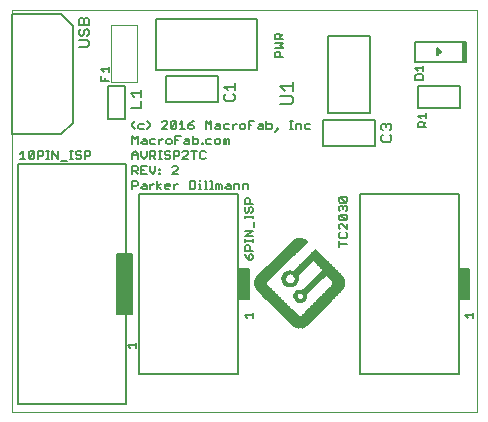
<source format=gto>
G75*
%MOIN*%
%OFA0B0*%
%FSLAX25Y25*%
%IPPOS*%
%LPD*%
%AMOC8*
5,1,8,0,0,1.08239X$1,22.5*
%
%ADD10C,0.00000*%
%ADD11C,0.00600*%
%ADD12C,0.00500*%
%ADD13C,0.00800*%
%ADD14C,0.00200*%
%ADD15R,0.00126X0.02370*%
%ADD16R,0.00124X0.03130*%
%ADD17R,0.00126X0.03630*%
%ADD18R,0.00125X0.03870*%
%ADD19R,0.00124X0.04370*%
%ADD20R,0.00126X0.04630*%
%ADD21R,0.00125X0.05130*%
%ADD22R,0.00124X0.05370*%
%ADD23R,0.00126X0.05630*%
%ADD24R,0.00125X0.05870*%
%ADD25R,0.00124X0.06130*%
%ADD26R,0.00126X0.06370*%
%ADD27R,0.00124X0.06630*%
%ADD28R,0.00126X0.06870*%
%ADD29R,0.00124X0.07130*%
%ADD30R,0.00125X0.07370*%
%ADD31R,0.00126X0.07630*%
%ADD32R,0.00125X0.07870*%
%ADD33R,0.00124X0.08130*%
%ADD34R,0.00126X0.08370*%
%ADD35R,0.00125X0.08630*%
%ADD36R,0.00124X0.08870*%
%ADD37R,0.00126X0.09130*%
%ADD38R,0.00125X0.09370*%
%ADD39R,0.00124X0.09630*%
%ADD40R,0.00126X0.09870*%
%ADD41R,0.00125X0.10130*%
%ADD42R,0.00125X0.10370*%
%ADD43R,0.00125X0.10630*%
%ADD44R,0.00124X0.10870*%
%ADD45R,0.00125X0.11130*%
%ADD46R,0.00126X0.11370*%
%ADD47R,0.00125X0.11630*%
%ADD48R,0.00125X0.05250*%
%ADD49R,0.00124X0.05250*%
%ADD50R,0.00124X0.05120*%
%ADD51R,0.00126X0.05120*%
%ADD52R,0.00125X0.05120*%
%ADD53R,0.00124X0.05130*%
%ADD54R,0.00126X0.05250*%
%ADD55R,0.00126X0.05130*%
%ADD56R,0.00125X0.05370*%
%ADD57R,0.00125X0.06130*%
%ADD58R,0.00125X0.06370*%
%ADD59R,0.00125X0.06630*%
%ADD60R,0.00125X0.06870*%
%ADD61R,0.00125X0.07130*%
%ADD62R,0.00124X0.07630*%
%ADD63R,0.00125X0.02870*%
%ADD64R,0.00125X0.04620*%
%ADD65R,0.00125X0.02880*%
%ADD66R,0.00125X0.04630*%
%ADD67R,0.00126X0.02870*%
%ADD68R,0.00126X0.04620*%
%ADD69R,0.00124X0.02880*%
%ADD70R,0.00124X0.04630*%
%ADD71R,0.00125X0.04500*%
%ADD72R,0.00125X0.04250*%
%ADD73R,0.00125X0.04000*%
%ADD74R,0.00125X0.03750*%
%ADD75R,0.00125X0.03500*%
%ADD76R,0.00125X0.03250*%
%ADD77R,0.00124X0.02870*%
%ADD78R,0.00124X0.03250*%
%ADD79R,0.00125X0.03120*%
%ADD80R,0.00125X0.03130*%
%ADD81R,0.00126X0.03250*%
%ADD82R,0.00124X0.03120*%
%ADD83R,0.00125X0.00250*%
%ADD84R,0.00125X0.00500*%
%ADD85R,0.00125X0.00630*%
%ADD86R,0.00126X0.05000*%
%ADD87R,0.00126X0.04000*%
%ADD88R,0.00126X0.00870*%
%ADD89R,0.00125X0.05000*%
%ADD90R,0.00125X0.04120*%
%ADD91R,0.00125X0.01130*%
%ADD92R,0.00124X0.05000*%
%ADD93R,0.00124X0.04250*%
%ADD94R,0.00124X0.01250*%
%ADD95R,0.00125X0.04870*%
%ADD96R,0.00125X0.04370*%
%ADD97R,0.00125X0.01500*%
%ADD98R,0.00125X0.04880*%
%ADD99R,0.00125X0.04380*%
%ADD100R,0.00125X0.01750*%
%ADD101R,0.00125X0.01880*%
%ADD102R,0.00125X0.04750*%
%ADD103R,0.00125X0.02120*%
%ADD104R,0.00125X0.02250*%
%ADD105R,0.00125X0.02370*%
%ADD106R,0.00125X0.01630*%
%ADD107R,0.00125X0.02000*%
%ADD108R,0.00125X0.02630*%
%ADD109R,0.00125X0.01380*%
%ADD110R,0.00125X0.02750*%
%ADD111R,0.00125X0.01370*%
%ADD112R,0.00126X0.04120*%
%ADD113R,0.00126X0.01250*%
%ADD114R,0.00126X0.01370*%
%ADD115R,0.00126X0.03130*%
%ADD116R,0.00125X0.01250*%
%ADD117R,0.00125X0.03370*%
%ADD118R,0.00125X0.01120*%
%ADD119R,0.00125X0.03620*%
%ADD120R,0.00125X0.05380*%
%ADD121R,0.00125X0.03630*%
%ADD122R,0.00124X0.03370*%
%ADD123R,0.00125X0.01870*%
%ADD124R,0.00125X0.05500*%
%ADD125R,0.00126X0.05500*%
%ADD126R,0.00126X0.01620*%
%ADD127R,0.00125X0.05630*%
%ADD128R,0.00125X0.05620*%
%ADD129R,0.00125X0.01620*%
%ADD130R,0.00124X0.05630*%
%ADD131R,0.00124X0.01750*%
%ADD132R,0.00124X0.05500*%
%ADD133R,0.00126X0.05620*%
%ADD134R,0.00126X0.03000*%
%ADD135R,0.00125X0.01000*%
%ADD136R,0.00124X0.05620*%
%ADD137R,0.00126X0.11250*%
%ADD138R,0.00124X0.11000*%
%ADD139R,0.00126X0.10750*%
%ADD140R,0.00124X0.10500*%
%ADD141R,0.00126X0.10250*%
%ADD142R,0.00124X0.10000*%
%ADD143R,0.00126X0.09750*%
%ADD144R,0.00125X0.09500*%
%ADD145R,0.00125X0.09250*%
%ADD146R,0.00125X0.09000*%
%ADD147R,0.00125X0.08750*%
%ADD148R,0.00125X0.08500*%
%ADD149R,0.00124X0.08370*%
%ADD150R,0.00126X0.08130*%
%ADD151R,0.00124X0.07870*%
%ADD152R,0.00124X0.07370*%
%ADD153R,0.00126X0.07130*%
%ADD154R,0.00124X0.06870*%
%ADD155R,0.00126X0.06630*%
%ADD156R,0.00124X0.06370*%
%ADD157R,0.00126X0.06130*%
%ADD158R,0.00124X0.05870*%
%ADD159R,0.00126X0.04370*%
%ADD160R,0.00124X0.03870*%
%ADD161R,0.00126X0.03370*%
D10*
X0001500Y0001500D02*
X0001500Y0135500D01*
X0156500Y0135500D01*
X0156500Y0001500D01*
X0001500Y0001500D01*
D11*
X0041128Y0102946D02*
X0044531Y0102946D01*
X0044531Y0105214D01*
X0044531Y0106629D02*
X0044531Y0108897D01*
X0044531Y0107763D02*
X0041128Y0107763D01*
X0042262Y0106629D01*
X0026763Y0123251D02*
X0023927Y0123251D01*
X0026763Y0123251D02*
X0027330Y0123818D01*
X0027330Y0124952D01*
X0026763Y0125519D01*
X0023927Y0125519D01*
X0024494Y0126934D02*
X0025061Y0126934D01*
X0025628Y0127501D01*
X0025628Y0128635D01*
X0026196Y0129202D01*
X0026763Y0129202D01*
X0027330Y0128635D01*
X0027330Y0127501D01*
X0026763Y0126934D01*
X0024494Y0126934D02*
X0023927Y0127501D01*
X0023927Y0128635D01*
X0024494Y0129202D01*
X0023927Y0130617D02*
X0023927Y0132318D01*
X0024494Y0132885D01*
X0025061Y0132885D01*
X0025628Y0132318D01*
X0025628Y0130617D01*
X0023927Y0130617D02*
X0027330Y0130617D01*
X0027330Y0132318D01*
X0026763Y0132885D01*
X0026196Y0132885D01*
X0025628Y0132318D01*
X0072415Y0109913D02*
X0075818Y0109913D01*
X0075818Y0111047D02*
X0075818Y0108778D01*
X0075251Y0107364D02*
X0075818Y0106797D01*
X0075818Y0105662D01*
X0075251Y0105095D01*
X0072982Y0105095D01*
X0072415Y0105662D01*
X0072415Y0106797D01*
X0072982Y0107364D01*
X0073550Y0108778D02*
X0072415Y0109913D01*
X0124679Y0097023D02*
X0124679Y0095889D01*
X0125246Y0095322D01*
X0125246Y0093907D02*
X0124679Y0093340D01*
X0124679Y0092206D01*
X0125246Y0091639D01*
X0127515Y0091639D01*
X0128082Y0092206D01*
X0128082Y0093340D01*
X0127515Y0093907D01*
X0127515Y0095322D02*
X0128082Y0095889D01*
X0128082Y0097023D01*
X0127515Y0097590D01*
X0126948Y0097590D01*
X0126380Y0097023D01*
X0126380Y0096456D01*
X0126380Y0097023D02*
X0125813Y0097590D01*
X0125246Y0097590D01*
X0124679Y0097023D01*
D12*
X0122661Y0098831D02*
X0105339Y0098831D01*
X0105339Y0090169D01*
X0122661Y0090169D01*
X0122661Y0098831D01*
X0120890Y0101205D02*
X0107110Y0101205D01*
X0107110Y0126795D01*
X0120890Y0126795D01*
X0120890Y0101205D01*
X0136913Y0102957D02*
X0151087Y0102957D01*
X0151087Y0110043D01*
X0136913Y0110043D01*
X0136913Y0102957D01*
X0137078Y0100291D02*
X0139781Y0100291D01*
X0139781Y0099390D02*
X0139781Y0101192D01*
X0137979Y0099390D02*
X0137078Y0100291D01*
X0137529Y0098245D02*
X0137078Y0097795D01*
X0137078Y0096444D01*
X0139781Y0096444D01*
X0138880Y0096444D02*
X0138880Y0097795D01*
X0138430Y0098245D01*
X0137529Y0098245D01*
X0138880Y0097344D02*
X0139781Y0098245D01*
X0138781Y0112215D02*
X0136078Y0112215D01*
X0136078Y0113566D01*
X0136529Y0114017D01*
X0138330Y0114017D01*
X0138781Y0113566D01*
X0138781Y0112215D01*
X0138781Y0115162D02*
X0138781Y0116963D01*
X0138781Y0116063D02*
X0136078Y0116063D01*
X0136979Y0115162D01*
X0135929Y0118154D02*
X0152071Y0118154D01*
X0152071Y0124846D01*
X0152858Y0124846D01*
X0152858Y0118154D01*
X0152071Y0118154D01*
X0152071Y0124846D01*
X0135929Y0124846D01*
X0135929Y0118154D01*
X0143409Y0120319D02*
X0143409Y0122681D01*
X0144591Y0121500D01*
X0143409Y0120319D01*
X0143409Y0120644D02*
X0143735Y0120644D01*
X0143409Y0121143D02*
X0144233Y0121143D01*
X0144449Y0121641D02*
X0143409Y0121641D01*
X0143409Y0122140D02*
X0143951Y0122140D01*
X0143452Y0122638D02*
X0143409Y0122638D01*
X0152071Y0122638D02*
X0152858Y0122638D01*
X0152858Y0122140D02*
X0152071Y0122140D01*
X0152071Y0121641D02*
X0152858Y0121641D01*
X0152858Y0121143D02*
X0152071Y0121143D01*
X0152071Y0120644D02*
X0152858Y0120644D01*
X0152858Y0120146D02*
X0152071Y0120146D01*
X0152071Y0119647D02*
X0152858Y0119647D01*
X0152858Y0119149D02*
X0152071Y0119149D01*
X0152071Y0118650D02*
X0152858Y0118650D01*
X0152858Y0123137D02*
X0152071Y0123137D01*
X0152071Y0123635D02*
X0152858Y0123635D01*
X0152858Y0124134D02*
X0152071Y0124134D01*
X0152071Y0124632D02*
X0152858Y0124632D01*
X0101009Y0097552D02*
X0099657Y0097552D01*
X0099207Y0097101D01*
X0099207Y0096200D01*
X0099657Y0095750D01*
X0101009Y0095750D01*
X0098062Y0095750D02*
X0098062Y0097101D01*
X0097612Y0097552D01*
X0096261Y0097552D01*
X0096261Y0095750D01*
X0095197Y0095750D02*
X0094296Y0095750D01*
X0094747Y0095750D02*
X0094747Y0098452D01*
X0095197Y0098452D02*
X0094296Y0098452D01*
X0090286Y0096200D02*
X0090286Y0095750D01*
X0089836Y0095750D01*
X0089836Y0096200D01*
X0090286Y0096200D01*
X0090286Y0095750D02*
X0089385Y0094849D01*
X0088240Y0096200D02*
X0088240Y0097101D01*
X0087790Y0097552D01*
X0086439Y0097552D01*
X0086439Y0098452D02*
X0086439Y0095750D01*
X0087790Y0095750D01*
X0088240Y0096200D01*
X0085294Y0095750D02*
X0083943Y0095750D01*
X0083492Y0096200D01*
X0083943Y0096651D01*
X0085294Y0096651D01*
X0085294Y0097101D02*
X0085294Y0095750D01*
X0085294Y0097101D02*
X0084843Y0097552D01*
X0083943Y0097552D01*
X0082347Y0098452D02*
X0080546Y0098452D01*
X0080546Y0095750D01*
X0079401Y0096200D02*
X0079401Y0097101D01*
X0078950Y0097552D01*
X0078050Y0097552D01*
X0077599Y0097101D01*
X0077599Y0096200D01*
X0078050Y0095750D01*
X0078950Y0095750D01*
X0079401Y0096200D01*
X0080546Y0097101D02*
X0081447Y0097101D01*
X0076495Y0097552D02*
X0076045Y0097552D01*
X0075144Y0096651D01*
X0075144Y0095750D02*
X0075144Y0097552D01*
X0073999Y0097552D02*
X0072648Y0097552D01*
X0072197Y0097101D01*
X0072197Y0096200D01*
X0072648Y0095750D01*
X0073999Y0095750D01*
X0071052Y0095750D02*
X0069701Y0095750D01*
X0069251Y0096200D01*
X0069701Y0096651D01*
X0071052Y0096651D01*
X0071052Y0097101D02*
X0071052Y0095750D01*
X0071052Y0097101D02*
X0070602Y0097552D01*
X0069701Y0097552D01*
X0068106Y0098452D02*
X0068106Y0095750D01*
X0066304Y0095750D02*
X0066304Y0098452D01*
X0067205Y0097552D01*
X0068106Y0098452D01*
X0062213Y0098452D02*
X0061312Y0098002D01*
X0060411Y0097101D01*
X0061762Y0097101D01*
X0062213Y0096651D01*
X0062213Y0096200D01*
X0061762Y0095750D01*
X0060862Y0095750D01*
X0060411Y0096200D01*
X0060411Y0097101D01*
X0059266Y0095750D02*
X0057465Y0095750D01*
X0058366Y0095750D02*
X0058366Y0098452D01*
X0057465Y0097552D01*
X0056320Y0098002D02*
X0056320Y0096200D01*
X0055869Y0095750D01*
X0054969Y0095750D01*
X0054518Y0096200D01*
X0056320Y0098002D01*
X0055869Y0098452D01*
X0054969Y0098452D01*
X0054518Y0098002D01*
X0054518Y0096200D01*
X0053373Y0095750D02*
X0051572Y0095750D01*
X0053373Y0097552D01*
X0053373Y0098002D01*
X0052923Y0098452D01*
X0052022Y0098452D01*
X0051572Y0098002D01*
X0047562Y0097552D02*
X0047562Y0096651D01*
X0046661Y0095750D01*
X0045516Y0095750D02*
X0044165Y0095750D01*
X0043714Y0096200D01*
X0043714Y0097101D01*
X0044165Y0097552D01*
X0045516Y0097552D01*
X0046661Y0098452D02*
X0047562Y0097552D01*
X0043552Y0093452D02*
X0043552Y0090750D01*
X0044697Y0091200D02*
X0045147Y0091651D01*
X0046498Y0091651D01*
X0046498Y0092101D02*
X0046498Y0090750D01*
X0045147Y0090750D01*
X0044697Y0091200D01*
X0045147Y0092552D02*
X0046048Y0092552D01*
X0046498Y0092101D01*
X0047643Y0092101D02*
X0047643Y0091200D01*
X0048093Y0090750D01*
X0049445Y0090750D01*
X0050590Y0090750D02*
X0050590Y0092552D01*
X0051490Y0092552D02*
X0051941Y0092552D01*
X0051490Y0092552D02*
X0050590Y0091651D01*
X0049445Y0092552D02*
X0048093Y0092552D01*
X0047643Y0092101D01*
X0047643Y0088452D02*
X0048994Y0088452D01*
X0049445Y0088002D01*
X0049445Y0087101D01*
X0048994Y0086651D01*
X0047643Y0086651D01*
X0048544Y0086651D02*
X0049445Y0085750D01*
X0050590Y0085750D02*
X0051490Y0085750D01*
X0051040Y0085750D02*
X0051040Y0088452D01*
X0050590Y0088452D02*
X0051490Y0088452D01*
X0052554Y0088002D02*
X0052554Y0087552D01*
X0053004Y0087101D01*
X0053905Y0087101D01*
X0054355Y0086651D01*
X0054355Y0086200D01*
X0053905Y0085750D01*
X0053004Y0085750D01*
X0052554Y0086200D01*
X0052554Y0088002D02*
X0053004Y0088452D01*
X0053905Y0088452D01*
X0054355Y0088002D01*
X0055500Y0088452D02*
X0056852Y0088452D01*
X0057302Y0088002D01*
X0057302Y0087101D01*
X0056852Y0086651D01*
X0055500Y0086651D01*
X0055500Y0085750D02*
X0055500Y0088452D01*
X0058447Y0088002D02*
X0058897Y0088452D01*
X0059798Y0088452D01*
X0060248Y0088002D01*
X0060248Y0087552D01*
X0058447Y0085750D01*
X0060248Y0085750D01*
X0062294Y0085750D02*
X0062294Y0088452D01*
X0061393Y0088452D02*
X0063195Y0088452D01*
X0064340Y0088002D02*
X0064340Y0086200D01*
X0064790Y0085750D01*
X0065691Y0085750D01*
X0066142Y0086200D01*
X0066142Y0088002D02*
X0065691Y0088452D01*
X0064790Y0088452D01*
X0064340Y0088002D01*
X0064831Y0090750D02*
X0065281Y0090750D01*
X0065281Y0091200D01*
X0064831Y0091200D01*
X0064831Y0090750D01*
X0063686Y0091200D02*
X0063686Y0092101D01*
X0063236Y0092552D01*
X0061885Y0092552D01*
X0061885Y0093452D02*
X0061885Y0090750D01*
X0063236Y0090750D01*
X0063686Y0091200D01*
X0066304Y0091200D02*
X0066304Y0092101D01*
X0066755Y0092552D01*
X0068106Y0092552D01*
X0069251Y0092101D02*
X0069251Y0091200D01*
X0069701Y0090750D01*
X0070602Y0090750D01*
X0071052Y0091200D01*
X0071052Y0092101D01*
X0070602Y0092552D01*
X0069701Y0092552D01*
X0069251Y0092101D01*
X0068106Y0090750D02*
X0066755Y0090750D01*
X0066304Y0091200D01*
X0060740Y0090750D02*
X0059388Y0090750D01*
X0058938Y0091200D01*
X0059388Y0091651D01*
X0060740Y0091651D01*
X0060740Y0092101D02*
X0060740Y0090750D01*
X0060740Y0092101D02*
X0060289Y0092552D01*
X0059388Y0092552D01*
X0057793Y0093452D02*
X0055991Y0093452D01*
X0055991Y0090750D01*
X0054847Y0091200D02*
X0054847Y0092101D01*
X0054396Y0092552D01*
X0053495Y0092552D01*
X0053045Y0092101D01*
X0053045Y0091200D01*
X0053495Y0090750D01*
X0054396Y0090750D01*
X0054847Y0091200D01*
X0055991Y0092101D02*
X0056892Y0092101D01*
X0047643Y0088452D02*
X0047643Y0085750D01*
X0046498Y0086651D02*
X0046498Y0088452D01*
X0046498Y0086651D02*
X0045597Y0085750D01*
X0044697Y0086651D01*
X0044697Y0088452D01*
X0043552Y0087552D02*
X0043552Y0085750D01*
X0043552Y0087101D02*
X0041750Y0087101D01*
X0041750Y0087552D02*
X0042651Y0088452D01*
X0043552Y0087552D01*
X0041750Y0087552D02*
X0041750Y0085750D01*
X0039500Y0084000D02*
X0003500Y0084000D01*
X0003500Y0004000D01*
X0039500Y0004000D01*
X0039500Y0084000D01*
X0041750Y0083452D02*
X0043101Y0083452D01*
X0043552Y0083002D01*
X0043552Y0082101D01*
X0043101Y0081651D01*
X0041750Y0081651D01*
X0042651Y0081651D02*
X0043552Y0080750D01*
X0044697Y0080750D02*
X0046498Y0080750D01*
X0047643Y0081651D02*
X0048544Y0080750D01*
X0049445Y0081651D01*
X0049445Y0083452D01*
X0050590Y0082552D02*
X0050590Y0082101D01*
X0051040Y0082101D01*
X0051040Y0082552D01*
X0050590Y0082552D01*
X0050590Y0081200D02*
X0050590Y0080750D01*
X0051040Y0080750D01*
X0051040Y0081200D01*
X0050590Y0081200D01*
X0050098Y0078452D02*
X0050098Y0075750D01*
X0050098Y0076651D02*
X0051450Y0077552D01*
X0052554Y0077101D02*
X0052554Y0076200D01*
X0053004Y0075750D01*
X0053905Y0075750D01*
X0054355Y0076651D02*
X0052554Y0076651D01*
X0052554Y0077101D02*
X0053004Y0077552D01*
X0053905Y0077552D01*
X0054355Y0077101D01*
X0054355Y0076651D01*
X0055500Y0076651D02*
X0056401Y0077552D01*
X0056852Y0077552D01*
X0055500Y0077552D02*
X0055500Y0075750D01*
X0051450Y0075750D02*
X0050098Y0076651D01*
X0048994Y0077552D02*
X0048544Y0077552D01*
X0047643Y0076651D01*
X0047643Y0075750D02*
X0047643Y0077552D01*
X0046498Y0077101D02*
X0046498Y0075750D01*
X0045147Y0075750D01*
X0044697Y0076200D01*
X0045147Y0076651D01*
X0046498Y0076651D01*
X0046498Y0077101D02*
X0046048Y0077552D01*
X0045147Y0077552D01*
X0043552Y0078002D02*
X0043101Y0078452D01*
X0041750Y0078452D01*
X0041750Y0075750D01*
X0041750Y0076651D02*
X0043101Y0076651D01*
X0043552Y0077101D01*
X0043552Y0078002D01*
X0044697Y0080750D02*
X0044697Y0083452D01*
X0046498Y0083452D01*
X0047643Y0083452D02*
X0047643Y0081651D01*
X0045597Y0082101D02*
X0044697Y0082101D01*
X0041750Y0080750D02*
X0041750Y0083452D01*
X0041750Y0090750D02*
X0041750Y0093452D01*
X0042651Y0092552D01*
X0043552Y0093452D01*
X0042651Y0095750D02*
X0041750Y0096651D01*
X0041750Y0097552D01*
X0042651Y0098452D01*
X0039256Y0098988D02*
X0039256Y0110012D01*
X0033744Y0110012D01*
X0033744Y0098988D01*
X0039256Y0098988D01*
X0027659Y0088002D02*
X0027659Y0087101D01*
X0027209Y0086651D01*
X0025858Y0086651D01*
X0025858Y0085750D02*
X0025858Y0088452D01*
X0027209Y0088452D01*
X0027659Y0088002D01*
X0024713Y0088002D02*
X0024262Y0088452D01*
X0023362Y0088452D01*
X0022911Y0088002D01*
X0022911Y0087552D01*
X0023362Y0087101D01*
X0024262Y0087101D01*
X0024713Y0086651D01*
X0024713Y0086200D01*
X0024262Y0085750D01*
X0023362Y0085750D01*
X0022911Y0086200D01*
X0021848Y0085750D02*
X0020947Y0085750D01*
X0021397Y0085750D02*
X0021397Y0088452D01*
X0020947Y0088452D02*
X0021848Y0088452D01*
X0019802Y0085300D02*
X0018000Y0085300D01*
X0016855Y0085750D02*
X0016855Y0088452D01*
X0015054Y0088452D02*
X0016855Y0085750D01*
X0015054Y0085750D02*
X0015054Y0088452D01*
X0013990Y0088452D02*
X0013090Y0088452D01*
X0013540Y0088452D02*
X0013540Y0085750D01*
X0013090Y0085750D02*
X0013990Y0085750D01*
X0011945Y0087101D02*
X0011494Y0086651D01*
X0010143Y0086651D01*
X0010143Y0085750D02*
X0010143Y0088452D01*
X0011494Y0088452D01*
X0011945Y0088002D01*
X0011945Y0087101D01*
X0008998Y0086200D02*
X0008548Y0085750D01*
X0007647Y0085750D01*
X0007197Y0086200D01*
X0008998Y0088002D01*
X0008998Y0086200D01*
X0007197Y0086200D02*
X0007197Y0088002D01*
X0007647Y0088452D01*
X0008548Y0088452D01*
X0008998Y0088002D01*
X0006052Y0085750D02*
X0004250Y0085750D01*
X0005151Y0085750D02*
X0005151Y0088452D01*
X0004250Y0087552D01*
X0001760Y0094000D02*
X0018118Y0094000D01*
X0022055Y0097937D01*
X0022055Y0130063D01*
X0018118Y0134000D01*
X0001760Y0134000D01*
X0001760Y0094000D01*
X0031323Y0111801D02*
X0031323Y0113603D01*
X0032224Y0114748D02*
X0031323Y0115648D01*
X0034026Y0115648D01*
X0034026Y0114748D02*
X0034026Y0116549D01*
X0032674Y0112702D02*
X0032674Y0111801D01*
X0031323Y0111801D02*
X0034026Y0111801D01*
X0049571Y0115535D02*
X0083429Y0115535D01*
X0083429Y0132465D01*
X0049571Y0132465D01*
X0049571Y0115535D01*
X0052839Y0113331D02*
X0052839Y0104669D01*
X0070161Y0104669D01*
X0070161Y0113331D01*
X0052839Y0113331D01*
X0072197Y0092552D02*
X0072648Y0092552D01*
X0073098Y0092101D01*
X0073548Y0092552D01*
X0073999Y0092101D01*
X0073999Y0090750D01*
X0073098Y0090750D02*
X0073098Y0092101D01*
X0072197Y0092552D02*
X0072197Y0090750D01*
X0068228Y0078452D02*
X0067778Y0078452D01*
X0068228Y0078452D02*
X0068228Y0075750D01*
X0067778Y0075750D02*
X0068678Y0075750D01*
X0069742Y0075750D02*
X0069742Y0077552D01*
X0070192Y0077552D01*
X0070643Y0077101D01*
X0071093Y0077552D01*
X0071543Y0077101D01*
X0071543Y0075750D01*
X0070643Y0075750D02*
X0070643Y0077101D01*
X0072688Y0076200D02*
X0073139Y0076651D01*
X0074490Y0076651D01*
X0074490Y0077101D02*
X0074490Y0075750D01*
X0073139Y0075750D01*
X0072688Y0076200D01*
X0073139Y0077552D02*
X0074040Y0077552D01*
X0074490Y0077101D01*
X0075635Y0077552D02*
X0076986Y0077552D01*
X0077436Y0077101D01*
X0077436Y0075750D01*
X0078581Y0075750D02*
X0078581Y0077552D01*
X0079933Y0077552D01*
X0080383Y0077101D01*
X0080383Y0075750D01*
X0080521Y0072713D02*
X0080971Y0072262D01*
X0080971Y0070911D01*
X0081872Y0070911D02*
X0079170Y0070911D01*
X0079170Y0072262D01*
X0079620Y0072713D01*
X0080521Y0072713D01*
X0077035Y0074000D02*
X0043965Y0074000D01*
X0043965Y0014000D01*
X0077035Y0014000D01*
X0077035Y0074000D01*
X0075635Y0075750D02*
X0075635Y0077552D01*
X0066714Y0075750D02*
X0065813Y0075750D01*
X0066264Y0075750D02*
X0066264Y0078452D01*
X0065813Y0078452D01*
X0064299Y0078452D02*
X0064299Y0078903D01*
X0064299Y0077552D02*
X0064299Y0075750D01*
X0063849Y0075750D02*
X0064750Y0075750D01*
X0064299Y0077552D02*
X0063849Y0077552D01*
X0062704Y0078002D02*
X0062704Y0076200D01*
X0062253Y0075750D01*
X0060902Y0075750D01*
X0060902Y0078452D01*
X0062253Y0078452D01*
X0062704Y0078002D01*
X0056811Y0080750D02*
X0055009Y0080750D01*
X0056811Y0082552D01*
X0056811Y0083002D01*
X0056360Y0083452D01*
X0055460Y0083452D01*
X0055009Y0083002D01*
X0079170Y0069316D02*
X0079170Y0068415D01*
X0079620Y0067965D01*
X0080071Y0067965D01*
X0080521Y0068415D01*
X0080521Y0069316D01*
X0080971Y0069766D01*
X0081422Y0069766D01*
X0081872Y0069316D01*
X0081872Y0068415D01*
X0081422Y0067965D01*
X0081872Y0066901D02*
X0081872Y0066000D01*
X0081872Y0066451D02*
X0079170Y0066451D01*
X0079170Y0066901D02*
X0079170Y0066000D01*
X0079170Y0069316D02*
X0079620Y0069766D01*
X0082322Y0064855D02*
X0082322Y0063054D01*
X0081872Y0061909D02*
X0079170Y0061909D01*
X0079170Y0060107D02*
X0081872Y0061909D01*
X0081872Y0060107D02*
X0079170Y0060107D01*
X0079170Y0059044D02*
X0079170Y0058143D01*
X0079170Y0058593D02*
X0081872Y0058593D01*
X0081872Y0058143D02*
X0081872Y0059044D01*
X0080521Y0056998D02*
X0080971Y0056548D01*
X0080971Y0055197D01*
X0081872Y0055197D02*
X0079170Y0055197D01*
X0079170Y0056548D01*
X0079620Y0056998D01*
X0080521Y0056998D01*
X0080971Y0054052D02*
X0080521Y0053601D01*
X0080521Y0052250D01*
X0081422Y0052250D01*
X0081872Y0052700D01*
X0081872Y0053601D01*
X0081422Y0054052D01*
X0080971Y0054052D01*
X0079620Y0053151D02*
X0080521Y0052250D01*
X0079620Y0053151D02*
X0079170Y0054052D01*
X0080500Y0049000D02*
X0077035Y0049000D01*
X0077035Y0039000D01*
X0080500Y0039000D01*
X0080500Y0049000D01*
X0080500Y0048859D02*
X0077035Y0048859D01*
X0077035Y0048360D02*
X0080500Y0048360D01*
X0080500Y0047862D02*
X0077035Y0047862D01*
X0077035Y0047363D02*
X0080500Y0047363D01*
X0080500Y0046865D02*
X0077035Y0046865D01*
X0077035Y0046366D02*
X0080500Y0046366D01*
X0080500Y0045868D02*
X0077035Y0045868D01*
X0077035Y0045369D02*
X0080500Y0045369D01*
X0080500Y0044870D02*
X0077035Y0044870D01*
X0077035Y0044372D02*
X0080500Y0044372D01*
X0080500Y0043873D02*
X0077035Y0043873D01*
X0077035Y0043375D02*
X0080500Y0043375D01*
X0080500Y0042876D02*
X0077035Y0042876D01*
X0077035Y0042378D02*
X0080500Y0042378D01*
X0080500Y0041879D02*
X0077035Y0041879D01*
X0077035Y0041381D02*
X0080500Y0041381D01*
X0080500Y0040882D02*
X0077035Y0040882D01*
X0077035Y0040384D02*
X0080500Y0040384D01*
X0080500Y0039885D02*
X0077035Y0039885D01*
X0077035Y0039387D02*
X0080500Y0039387D01*
X0081850Y0034578D02*
X0081850Y0032777D01*
X0081850Y0033677D02*
X0079148Y0033677D01*
X0080048Y0032777D01*
X0110626Y0056571D02*
X0110626Y0058372D01*
X0110626Y0057472D02*
X0113328Y0057472D01*
X0112878Y0059517D02*
X0111076Y0059517D01*
X0110626Y0059968D01*
X0110626Y0060869D01*
X0111076Y0061319D01*
X0111076Y0062464D02*
X0110626Y0062914D01*
X0110626Y0063815D01*
X0111076Y0064265D01*
X0111526Y0064265D01*
X0113328Y0062464D01*
X0113328Y0064265D01*
X0112878Y0065410D02*
X0111076Y0065410D01*
X0110626Y0065861D01*
X0110626Y0066762D01*
X0111076Y0067212D01*
X0112878Y0065410D01*
X0113328Y0065861D01*
X0113328Y0066762D01*
X0112878Y0067212D01*
X0111076Y0067212D01*
X0111076Y0068357D02*
X0110626Y0068807D01*
X0110626Y0069708D01*
X0111076Y0070159D01*
X0111526Y0070159D01*
X0111977Y0069708D01*
X0112427Y0070159D01*
X0112878Y0070159D01*
X0113328Y0069708D01*
X0113328Y0068807D01*
X0112878Y0068357D01*
X0111977Y0069258D02*
X0111977Y0069708D01*
X0112878Y0071303D02*
X0111076Y0071303D01*
X0110626Y0071754D01*
X0110626Y0072655D01*
X0111076Y0073105D01*
X0112878Y0071303D01*
X0113328Y0071754D01*
X0113328Y0072655D01*
X0112878Y0073105D01*
X0111076Y0073105D01*
X0117465Y0074000D02*
X0117465Y0014000D01*
X0150535Y0014000D01*
X0150535Y0074000D01*
X0117465Y0074000D01*
X0112878Y0061319D02*
X0113328Y0060869D01*
X0113328Y0059968D01*
X0112878Y0059517D01*
X0150535Y0049000D02*
X0150535Y0039000D01*
X0154000Y0039000D01*
X0154000Y0049000D01*
X0150535Y0049000D01*
X0150535Y0048859D02*
X0154000Y0048859D01*
X0154000Y0048360D02*
X0150535Y0048360D01*
X0150535Y0047862D02*
X0154000Y0047862D01*
X0154000Y0047363D02*
X0150535Y0047363D01*
X0150535Y0046865D02*
X0154000Y0046865D01*
X0154000Y0046366D02*
X0150535Y0046366D01*
X0150535Y0045868D02*
X0154000Y0045868D01*
X0154000Y0045369D02*
X0150535Y0045369D01*
X0150535Y0044870D02*
X0154000Y0044870D01*
X0154000Y0044372D02*
X0150535Y0044372D01*
X0150535Y0043873D02*
X0154000Y0043873D01*
X0154000Y0043375D02*
X0150535Y0043375D01*
X0150535Y0042876D02*
X0154000Y0042876D01*
X0154000Y0042378D02*
X0150535Y0042378D01*
X0150535Y0041879D02*
X0154000Y0041879D01*
X0154000Y0041381D02*
X0150535Y0041381D01*
X0150535Y0040882D02*
X0154000Y0040882D01*
X0154000Y0040384D02*
X0150535Y0040384D01*
X0150535Y0039885D02*
X0154000Y0039885D01*
X0154000Y0039387D02*
X0150535Y0039387D01*
X0155350Y0034578D02*
X0155350Y0032777D01*
X0155350Y0033677D02*
X0152648Y0033677D01*
X0153548Y0032777D01*
X0091950Y0119840D02*
X0089248Y0119840D01*
X0089248Y0121191D01*
X0089698Y0121641D01*
X0090599Y0121641D01*
X0091049Y0121191D01*
X0091049Y0119840D01*
X0091950Y0122786D02*
X0089248Y0122786D01*
X0089248Y0124588D02*
X0091950Y0124588D01*
X0091049Y0123687D01*
X0091950Y0122786D01*
X0091950Y0125733D02*
X0089248Y0125733D01*
X0089248Y0127084D01*
X0089698Y0127534D01*
X0090599Y0127534D01*
X0091049Y0127084D01*
X0091049Y0125733D01*
X0091049Y0126633D02*
X0091950Y0127534D01*
X0041500Y0054000D02*
X0036500Y0054000D01*
X0036500Y0034000D01*
X0041500Y0034000D01*
X0041500Y0054000D01*
X0041500Y0053844D02*
X0036500Y0053844D01*
X0036500Y0053345D02*
X0041500Y0053345D01*
X0041500Y0052847D02*
X0036500Y0052847D01*
X0036500Y0052348D02*
X0041500Y0052348D01*
X0041500Y0051850D02*
X0036500Y0051850D01*
X0036500Y0051351D02*
X0041500Y0051351D01*
X0041500Y0050853D02*
X0036500Y0050853D01*
X0036500Y0050354D02*
X0041500Y0050354D01*
X0041500Y0049856D02*
X0036500Y0049856D01*
X0036500Y0049357D02*
X0041500Y0049357D01*
X0041500Y0048859D02*
X0036500Y0048859D01*
X0036500Y0048360D02*
X0041500Y0048360D01*
X0041500Y0047862D02*
X0036500Y0047862D01*
X0036500Y0047363D02*
X0041500Y0047363D01*
X0041500Y0046865D02*
X0036500Y0046865D01*
X0036500Y0046366D02*
X0041500Y0046366D01*
X0041500Y0045868D02*
X0036500Y0045868D01*
X0036500Y0045369D02*
X0041500Y0045369D01*
X0041500Y0044870D02*
X0036500Y0044870D01*
X0036500Y0044372D02*
X0041500Y0044372D01*
X0041500Y0043873D02*
X0036500Y0043873D01*
X0036500Y0043375D02*
X0041500Y0043375D01*
X0041500Y0042876D02*
X0036500Y0042876D01*
X0036500Y0042378D02*
X0041500Y0042378D01*
X0041500Y0041879D02*
X0036500Y0041879D01*
X0036500Y0041381D02*
X0041500Y0041381D01*
X0041500Y0040882D02*
X0036500Y0040882D01*
X0036500Y0040384D02*
X0041500Y0040384D01*
X0041500Y0039885D02*
X0036500Y0039885D01*
X0036500Y0039387D02*
X0041500Y0039387D01*
X0041500Y0038888D02*
X0036500Y0038888D01*
X0036500Y0038390D02*
X0041500Y0038390D01*
X0041500Y0037891D02*
X0036500Y0037891D01*
X0036500Y0037393D02*
X0041500Y0037393D01*
X0041500Y0036894D02*
X0036500Y0036894D01*
X0036500Y0036396D02*
X0041500Y0036396D01*
X0041500Y0035897D02*
X0036500Y0035897D01*
X0036500Y0035399D02*
X0041500Y0035399D01*
X0041500Y0034900D02*
X0036500Y0034900D01*
X0036500Y0034402D02*
X0041500Y0034402D01*
X0042850Y0024578D02*
X0042850Y0022777D01*
X0042850Y0023677D02*
X0040148Y0023677D01*
X0041048Y0022777D01*
D13*
X0091113Y0103987D02*
X0094616Y0103987D01*
X0095317Y0104688D01*
X0095317Y0106089D01*
X0094616Y0106790D01*
X0091113Y0106790D01*
X0092514Y0108591D02*
X0091113Y0109993D01*
X0095317Y0109993D01*
X0095317Y0111394D02*
X0095317Y0108591D01*
D14*
X0043331Y0111551D02*
X0034669Y0111551D01*
X0034669Y0130449D01*
X0043331Y0130449D01*
X0043331Y0111551D01*
D15*
X0112500Y0044375D03*
D16*
X0112375Y0044375D03*
D17*
X0112250Y0044375D03*
D18*
X0112124Y0044375D03*
X0096874Y0040125D03*
X0096749Y0040125D03*
X0097749Y0031375D03*
X0097874Y0031375D03*
X0097999Y0031375D03*
X0098124Y0031375D03*
X0097749Y0057375D03*
D19*
X0112000Y0044375D03*
D20*
X0111875Y0044375D03*
D21*
X0111749Y0044375D03*
X0108249Y0047875D03*
X0108001Y0048125D03*
X0107749Y0048375D03*
X0107499Y0048625D03*
X0106749Y0049375D03*
X0108001Y0040625D03*
X0107749Y0040375D03*
X0107499Y0040125D03*
X0106749Y0039375D03*
X0105999Y0038625D03*
X0105749Y0038375D03*
X0105001Y0037625D03*
X0104751Y0037375D03*
X0104499Y0037125D03*
X0104249Y0036875D03*
X0103501Y0036125D03*
X0103251Y0035875D03*
X0102999Y0035625D03*
X0102749Y0035375D03*
X0102499Y0035125D03*
X0102249Y0034875D03*
X0102001Y0034625D03*
X0101751Y0034375D03*
X0101499Y0034125D03*
X0101249Y0033875D03*
X0100999Y0033625D03*
X0100749Y0033375D03*
X0100251Y0032875D03*
X0096251Y0032125D03*
X0096376Y0056625D03*
D22*
X0096500Y0046625D03*
X0111625Y0044375D03*
D23*
X0111500Y0044375D03*
X0106250Y0049625D03*
X0083750Y0044375D03*
D24*
X0106124Y0049625D03*
X0111374Y0044375D03*
D25*
X0111250Y0044375D03*
D26*
X0111125Y0044375D03*
D27*
X0111000Y0044375D03*
D28*
X0110875Y0044375D03*
D29*
X0110750Y0044375D03*
D30*
X0110626Y0044375D03*
X0105374Y0049625D03*
D31*
X0110500Y0044375D03*
X0084750Y0044375D03*
D32*
X0110374Y0044375D03*
D33*
X0110250Y0044375D03*
D34*
X0110125Y0044375D03*
D35*
X0109999Y0044375D03*
D36*
X0109875Y0044375D03*
D37*
X0109750Y0044375D03*
D38*
X0109624Y0044375D03*
D39*
X0109500Y0044375D03*
D40*
X0109375Y0044375D03*
D41*
X0109249Y0044375D03*
D42*
X0109124Y0044375D03*
D43*
X0108999Y0044375D03*
D44*
X0108875Y0044375D03*
D45*
X0108751Y0044375D03*
D46*
X0108625Y0044375D03*
D47*
X0108499Y0044375D03*
D48*
X0108374Y0047685D03*
X0108374Y0041065D03*
X0108249Y0040935D03*
X0106874Y0039565D03*
X0105624Y0038315D03*
X0105499Y0038185D03*
X0105374Y0038065D03*
X0104124Y0036815D03*
X0103999Y0036685D03*
X0096126Y0032185D03*
X0096001Y0032315D03*
X0095876Y0032435D03*
X0096999Y0047185D03*
X0096001Y0056315D03*
X0096126Y0056435D03*
D49*
X0106500Y0049565D03*
X0108125Y0040815D03*
X0083625Y0044315D03*
D50*
X0102125Y0034750D03*
X0108125Y0048000D03*
D51*
X0107875Y0048250D03*
X0107875Y0040500D03*
X0104625Y0037250D03*
X0103125Y0035750D03*
X0101625Y0034250D03*
D52*
X0101876Y0034500D03*
X0102374Y0035000D03*
X0102624Y0035250D03*
X0102874Y0035500D03*
X0103376Y0036000D03*
X0103626Y0036250D03*
X0103874Y0036500D03*
X0104374Y0037000D03*
X0104876Y0037500D03*
X0105126Y0037750D03*
X0105874Y0038500D03*
X0106124Y0038750D03*
X0106376Y0039000D03*
X0106624Y0039250D03*
X0107126Y0039750D03*
X0107374Y0040000D03*
X0107624Y0040250D03*
X0101374Y0034000D03*
X0101124Y0033750D03*
X0100874Y0033500D03*
X0100624Y0033250D03*
X0100376Y0033000D03*
X0100126Y0032750D03*
X0107624Y0048500D03*
X0107374Y0048750D03*
X0107126Y0049000D03*
X0106874Y0049250D03*
X0106624Y0049500D03*
X0096251Y0056500D03*
D53*
X0107250Y0048875D03*
X0107250Y0039875D03*
X0106500Y0039125D03*
X0105250Y0037875D03*
X0103750Y0036375D03*
X0100500Y0033125D03*
D54*
X0107000Y0039685D03*
D55*
X0106250Y0038875D03*
X0107000Y0049125D03*
D56*
X0106376Y0049625D03*
X0096749Y0046875D03*
X0096251Y0046375D03*
X0095751Y0056125D03*
X0095626Y0032625D03*
D57*
X0105999Y0049625D03*
D58*
X0105874Y0049625D03*
D59*
X0105749Y0049625D03*
D60*
X0105624Y0049625D03*
D61*
X0105499Y0049625D03*
D62*
X0105250Y0049625D03*
D63*
X0105126Y0047125D03*
X0104876Y0046875D03*
X0104374Y0046375D03*
X0104124Y0046125D03*
X0103874Y0045875D03*
X0103626Y0045625D03*
X0103376Y0045375D03*
X0102874Y0044875D03*
X0102624Y0044625D03*
X0102374Y0044375D03*
X0101876Y0043875D03*
X0101374Y0043375D03*
X0101124Y0043125D03*
X0100874Y0042875D03*
X0100624Y0042625D03*
X0100376Y0042375D03*
X0100126Y0042125D03*
X0096251Y0040125D03*
X0082874Y0044375D03*
D64*
X0096874Y0031750D03*
X0105126Y0051250D03*
X0104876Y0051500D03*
X0104374Y0052000D03*
X0104124Y0052250D03*
X0103874Y0052500D03*
X0103626Y0052750D03*
X0103376Y0053000D03*
X0096999Y0057000D03*
D65*
X0098626Y0057750D03*
X0105001Y0047000D03*
X0104751Y0046750D03*
X0104499Y0046500D03*
X0104249Y0046250D03*
X0103999Y0046000D03*
X0103501Y0045500D03*
X0103251Y0045250D03*
X0102999Y0045000D03*
X0102749Y0044750D03*
X0102499Y0044500D03*
X0102249Y0044250D03*
X0102001Y0044000D03*
X0101751Y0043750D03*
X0101499Y0043500D03*
X0101249Y0043250D03*
X0100999Y0043000D03*
X0100749Y0042750D03*
X0100251Y0042250D03*
D66*
X0105001Y0051375D03*
X0104751Y0051625D03*
X0104499Y0051875D03*
X0104249Y0052125D03*
X0103999Y0052375D03*
X0103501Y0052875D03*
X0103251Y0053125D03*
X0102999Y0053375D03*
X0099001Y0031875D03*
D67*
X0101625Y0043625D03*
X0103125Y0045125D03*
X0104625Y0046625D03*
D68*
X0104625Y0051750D03*
X0103125Y0053250D03*
D69*
X0103750Y0045750D03*
X0100500Y0042500D03*
D70*
X0103750Y0052625D03*
X0083375Y0044375D03*
D71*
X0092751Y0045810D03*
X0102874Y0053440D03*
X0097124Y0057060D03*
X0098876Y0031810D03*
X0098751Y0031690D03*
X0096999Y0031690D03*
D72*
X0097249Y0031565D03*
X0098501Y0031565D03*
X0099001Y0040315D03*
X0099126Y0040435D03*
X0099251Y0040565D03*
X0092626Y0045815D03*
X0102749Y0053435D03*
X0097374Y0057185D03*
D73*
X0097624Y0057310D03*
X0102624Y0053440D03*
X0092501Y0045810D03*
X0097499Y0031440D03*
X0097624Y0031440D03*
X0098249Y0031440D03*
D74*
X0092376Y0045815D03*
X0102499Y0053435D03*
X0097874Y0057435D03*
D75*
X0098124Y0057560D03*
X0102374Y0053440D03*
X0092251Y0045810D03*
D76*
X0098501Y0049685D03*
X0098626Y0049815D03*
X0098751Y0049935D03*
X0099376Y0050565D03*
X0099501Y0050685D03*
X0099626Y0050815D03*
X0099874Y0051065D03*
X0100126Y0051315D03*
X0100251Y0051435D03*
X0100749Y0051935D03*
X0100874Y0052065D03*
X0100999Y0052185D03*
X0101124Y0052315D03*
X0101249Y0052435D03*
X0101374Y0052565D03*
X0101499Y0052685D03*
X0102249Y0053435D03*
D77*
X0102125Y0044125D03*
D78*
X0099750Y0050935D03*
X0102125Y0053315D03*
D79*
X0102001Y0053250D03*
X0101751Y0053000D03*
X0099251Y0050500D03*
X0099001Y0050250D03*
X0098249Y0049500D03*
X0097999Y0049250D03*
X0097749Y0049000D03*
X0097499Y0048750D03*
X0097249Y0048500D03*
X0098501Y0057750D03*
D80*
X0101876Y0053125D03*
X0100624Y0051875D03*
X0100376Y0051625D03*
X0099126Y0050375D03*
X0098876Y0050125D03*
X0098124Y0049375D03*
X0097874Y0049125D03*
X0097624Y0048875D03*
X0097374Y0048625D03*
X0096376Y0040125D03*
D81*
X0100000Y0051185D03*
X0101625Y0052815D03*
X0098375Y0057685D03*
D82*
X0100500Y0051750D03*
D83*
X0100376Y0058185D03*
D84*
X0100251Y0058190D03*
D85*
X0100126Y0058125D03*
D86*
X0083500Y0044310D03*
X0100000Y0032690D03*
D87*
X0100000Y0041440D03*
D88*
X0100000Y0058125D03*
D89*
X0097124Y0047440D03*
X0099874Y0032560D03*
X0096376Y0032060D03*
D90*
X0097374Y0031500D03*
X0099874Y0041250D03*
X0097499Y0057250D03*
D91*
X0099874Y0058125D03*
D92*
X0096500Y0056690D03*
X0099750Y0032440D03*
X0096500Y0031940D03*
D93*
X0099750Y0041065D03*
D94*
X0099750Y0058065D03*
D95*
X0096749Y0056875D03*
X0099626Y0032375D03*
X0099376Y0032125D03*
X0096624Y0031875D03*
D96*
X0097124Y0031625D03*
X0098626Y0031625D03*
X0099376Y0040625D03*
X0099626Y0040875D03*
X0097249Y0057125D03*
D97*
X0099626Y0058060D03*
X0095249Y0047810D03*
X0094874Y0047940D03*
X0094249Y0047940D03*
X0093874Y0047810D03*
X0093749Y0047810D03*
X0093624Y0043940D03*
X0093749Y0043810D03*
X0095501Y0043940D03*
X0095626Y0044060D03*
X0097374Y0041560D03*
X0097249Y0041440D03*
X0098626Y0041440D03*
D98*
X0099501Y0032250D03*
X0096624Y0056750D03*
D99*
X0099501Y0040750D03*
D100*
X0098751Y0041435D03*
X0096999Y0038935D03*
X0095876Y0040065D03*
X0095876Y0044315D03*
X0093374Y0044065D03*
X0093374Y0047565D03*
X0099501Y0058065D03*
D101*
X0099376Y0058000D03*
X0096999Y0041250D03*
D102*
X0093001Y0045815D03*
X0092876Y0045815D03*
X0096874Y0056935D03*
X0099251Y0032065D03*
X0099126Y0031935D03*
X0096749Y0031815D03*
D103*
X0096001Y0044500D03*
X0093126Y0047250D03*
X0099251Y0058000D03*
D104*
X0099126Y0057935D03*
X0095876Y0047565D03*
X0096001Y0040065D03*
X0082749Y0044315D03*
D105*
X0099001Y0057875D03*
D106*
X0095501Y0047625D03*
X0093499Y0047625D03*
X0095751Y0044125D03*
X0097124Y0041375D03*
X0098876Y0038875D03*
D107*
X0098876Y0041310D03*
X0093126Y0044310D03*
X0091874Y0045810D03*
X0095751Y0047560D03*
D108*
X0091999Y0045875D03*
X0096126Y0040125D03*
X0098876Y0057875D03*
D109*
X0094749Y0048000D03*
X0094624Y0048000D03*
X0094499Y0048000D03*
X0094374Y0048000D03*
X0094124Y0043750D03*
X0093999Y0043750D03*
X0093874Y0043750D03*
X0094999Y0043750D03*
X0095124Y0043750D03*
X0098501Y0041500D03*
X0098626Y0038750D03*
X0098751Y0038750D03*
X0097124Y0038750D03*
D110*
X0096001Y0047435D03*
X0098751Y0057815D03*
D111*
X0095124Y0047875D03*
X0094999Y0047875D03*
X0094124Y0047875D03*
X0093999Y0047875D03*
X0095249Y0043875D03*
X0097499Y0041625D03*
X0097624Y0041625D03*
X0097749Y0041625D03*
X0097874Y0041625D03*
X0097999Y0041625D03*
X0098124Y0041625D03*
X0098249Y0041625D03*
X0098501Y0038625D03*
X0097374Y0038625D03*
X0097249Y0038625D03*
D112*
X0098375Y0031500D03*
D113*
X0098375Y0038565D03*
D114*
X0098375Y0041625D03*
X0095375Y0043875D03*
D115*
X0098375Y0049625D03*
D116*
X0094874Y0043685D03*
X0094749Y0043685D03*
X0094624Y0043685D03*
X0094499Y0043685D03*
X0094374Y0043685D03*
X0094249Y0043685D03*
X0095751Y0040065D03*
X0097499Y0038565D03*
X0097624Y0038565D03*
X0098249Y0038565D03*
X0082624Y0044315D03*
D117*
X0098249Y0057625D03*
D118*
X0098124Y0038500D03*
X0097999Y0038500D03*
X0097874Y0038500D03*
X0097749Y0038500D03*
D119*
X0097999Y0057500D03*
D120*
X0095876Y0056250D03*
X0095501Y0056000D03*
X0096874Y0047000D03*
X0096624Y0046750D03*
X0096376Y0046500D03*
X0096126Y0046250D03*
X0095751Y0032500D03*
D121*
X0096624Y0040125D03*
D122*
X0096500Y0040125D03*
D123*
X0095626Y0047625D03*
D124*
X0091249Y0051810D03*
X0091124Y0051690D03*
X0090999Y0051560D03*
X0090874Y0051440D03*
X0090749Y0051310D03*
X0090624Y0051190D03*
X0090499Y0051060D03*
X0090374Y0050940D03*
X0090249Y0050810D03*
X0090001Y0050560D03*
X0089876Y0050440D03*
X0089751Y0050310D03*
X0089626Y0050190D03*
X0089501Y0050060D03*
X0089376Y0049940D03*
X0089251Y0049810D03*
X0088999Y0049560D03*
X0088874Y0049440D03*
X0088749Y0049310D03*
X0088624Y0049190D03*
X0088499Y0049060D03*
X0088374Y0048940D03*
X0088249Y0048810D03*
X0088124Y0048690D03*
X0087999Y0048560D03*
X0087874Y0048440D03*
X0087749Y0048310D03*
X0087624Y0048190D03*
X0091374Y0051940D03*
X0091499Y0052060D03*
X0091624Y0052190D03*
X0091749Y0052310D03*
X0091874Y0052440D03*
X0091999Y0052560D03*
X0092251Y0052810D03*
X0092376Y0052940D03*
X0092501Y0053060D03*
X0092626Y0053190D03*
X0092751Y0053310D03*
X0092876Y0053440D03*
X0093001Y0053560D03*
X0093126Y0053690D03*
X0093374Y0053940D03*
X0093499Y0054060D03*
X0093624Y0054190D03*
X0093749Y0054310D03*
X0093874Y0054440D03*
X0093999Y0054560D03*
X0094124Y0054690D03*
X0094249Y0054810D03*
X0094374Y0054940D03*
X0094499Y0055060D03*
X0094624Y0055190D03*
X0094749Y0055310D03*
X0094874Y0055440D03*
X0094999Y0055560D03*
X0095124Y0055690D03*
X0095249Y0055810D03*
X0095626Y0056060D03*
X0095124Y0033060D03*
X0095249Y0032940D03*
X0095501Y0032690D03*
D125*
X0095375Y0032810D03*
X0087125Y0040940D03*
X0086875Y0041190D03*
X0086875Y0047440D03*
X0087125Y0047690D03*
X0087375Y0047940D03*
X0089125Y0049690D03*
X0092125Y0052690D03*
X0095375Y0055940D03*
D126*
X0095375Y0047750D03*
D127*
X0087999Y0040125D03*
X0087749Y0040375D03*
X0088249Y0039875D03*
X0088499Y0039625D03*
X0088749Y0039375D03*
X0088999Y0039125D03*
X0089251Y0038875D03*
X0089501Y0038625D03*
X0089751Y0038375D03*
X0090001Y0038125D03*
X0090249Y0037875D03*
X0090499Y0037625D03*
X0090749Y0037375D03*
X0090999Y0037125D03*
X0091249Y0036875D03*
X0091499Y0036625D03*
X0091749Y0036375D03*
X0091999Y0036125D03*
X0092251Y0035875D03*
X0092501Y0035625D03*
X0092751Y0035375D03*
X0093001Y0035125D03*
X0093499Y0034625D03*
X0093749Y0034375D03*
X0093999Y0034125D03*
X0094249Y0033875D03*
X0094499Y0033625D03*
X0094749Y0033375D03*
X0094999Y0033125D03*
D128*
X0094874Y0033250D03*
X0094624Y0033500D03*
X0094374Y0033750D03*
X0094124Y0034000D03*
X0093874Y0034250D03*
X0093624Y0034500D03*
X0093374Y0034750D03*
X0093126Y0035000D03*
X0092876Y0035250D03*
X0092626Y0035500D03*
X0092376Y0035750D03*
X0091874Y0036250D03*
X0091624Y0036500D03*
X0091374Y0036750D03*
X0091124Y0037000D03*
X0090874Y0037250D03*
X0090624Y0037500D03*
X0090374Y0037750D03*
X0089876Y0038250D03*
X0089626Y0038500D03*
X0089376Y0038750D03*
X0088874Y0039250D03*
X0088624Y0039500D03*
X0088374Y0039750D03*
X0088124Y0040000D03*
X0087874Y0040250D03*
X0087624Y0040500D03*
D129*
X0093499Y0044000D03*
X0093624Y0047750D03*
D130*
X0086750Y0041375D03*
X0087250Y0040875D03*
X0087500Y0040625D03*
X0093250Y0034875D03*
D131*
X0093250Y0044185D03*
X0093250Y0047435D03*
D132*
X0090125Y0050690D03*
X0087500Y0048060D03*
X0087250Y0047810D03*
X0087000Y0047560D03*
X0087000Y0041060D03*
X0093250Y0053810D03*
D133*
X0087375Y0040750D03*
X0089125Y0039000D03*
X0092125Y0036000D03*
D134*
X0092125Y0045810D03*
D135*
X0091749Y0045810D03*
D136*
X0086750Y0047250D03*
X0090125Y0038000D03*
D137*
X0086625Y0044315D03*
D138*
X0086500Y0044310D03*
D139*
X0086375Y0044315D03*
D140*
X0086250Y0044310D03*
D141*
X0086125Y0044315D03*
D142*
X0086000Y0044310D03*
D143*
X0085875Y0044315D03*
D144*
X0085749Y0044310D03*
D145*
X0085624Y0044315D03*
D146*
X0085499Y0044310D03*
D147*
X0085374Y0044315D03*
D148*
X0085249Y0044310D03*
D149*
X0085125Y0044375D03*
D150*
X0085000Y0044375D03*
D151*
X0084875Y0044375D03*
D152*
X0084625Y0044375D03*
D153*
X0084500Y0044375D03*
D154*
X0084375Y0044375D03*
D155*
X0084250Y0044375D03*
D156*
X0084125Y0044375D03*
D157*
X0084000Y0044375D03*
D158*
X0083875Y0044375D03*
D159*
X0083250Y0044375D03*
D160*
X0083125Y0044375D03*
D161*
X0083000Y0044375D03*
M02*

</source>
